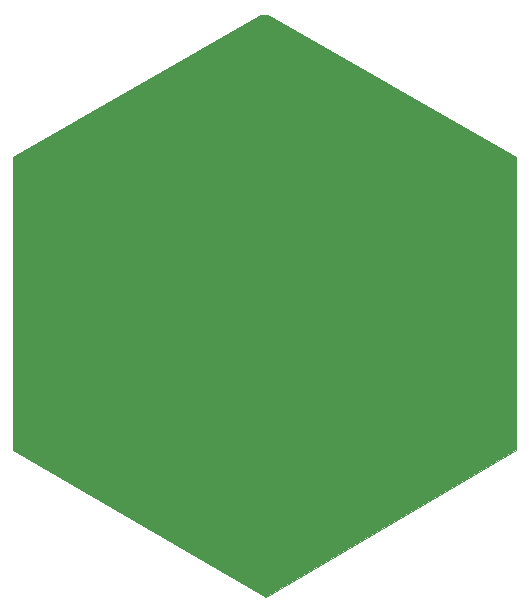
<source format=gbr>
G04 #@! TF.GenerationSoftware,KiCad,Pcbnew,(5.99.0-8045-ga69a4be853)*
G04 #@! TF.CreationDate,2021-01-01T20:51:05-08:00*
G04 #@! TF.ProjectId,gtb-6layer-no-mask,6774622d-366c-4617-9965-722d6e6f2d6d,rev?*
G04 #@! TF.SameCoordinates,Original*
G04 #@! TF.FileFunction,Soldermask,Bot*
G04 #@! TF.FilePolarity,Negative*
%FSLAX46Y46*%
G04 Gerber Fmt 4.6, Leading zero omitted, Abs format (unit mm)*
G04 Created by KiCad (PCBNEW (5.99.0-8045-ga69a4be853)) date 2021-01-01 20:51:05*
%MOMM*%
%LPD*%
G01*
G04 APERTURE LIST*
%ADD10C,0.100000*%
%ADD11R,1.600000X1.600000*%
%ADD12C,1.600000*%
%ADD13C,1.998980*%
%ADD14R,1.800000X1.800000*%
%ADD15C,1.800000*%
%ADD16O,1.600000X1.600000*%
%ADD17R,3.500000X3.300000*%
%ADD18C,10.200000*%
G04 APERTURE END LIST*
D10*
X135255000Y-81915000D02*
X135255000Y-106680000D01*
X135255000Y-106680000D02*
X156627835Y-119133602D01*
X156627835Y-119133602D02*
X177800000Y-106680000D01*
X177800000Y-106680000D02*
X177800000Y-81921928D01*
X177800000Y-81921928D02*
X156845000Y-69850006D01*
X156845000Y-69850006D02*
X156210000Y-69850006D01*
X156210000Y-69850006D02*
X135255000Y-81915000D01*
G36*
X177800000Y-81921928D02*
G01*
X177800000Y-106680000D01*
X156627835Y-119133602D01*
X135255000Y-106680000D01*
X135255000Y-81915000D01*
X156210000Y-69850006D01*
X156845000Y-69850006D01*
X177800000Y-81921928D01*
G37*
X177800000Y-81921928D02*
X177800000Y-106680000D01*
X156627835Y-119133602D01*
X135255000Y-106680000D01*
X135255000Y-81915000D01*
X156210000Y-69850006D01*
X156845000Y-69850006D01*
X177800000Y-81921928D01*
D11*
X152070000Y-95270000D03*
D12*
X154610000Y-95270000D03*
X157150000Y-95270000D03*
X159690000Y-95270000D03*
X159690000Y-87650000D03*
X157150000Y-87650000D03*
X154610000Y-87650000D03*
X152070000Y-87650000D03*
D13*
X175940000Y-93100000D03*
X175940000Y-84100000D03*
X137340000Y-105170000D03*
X137340000Y-96170000D03*
X137280000Y-83730000D03*
X137280000Y-92730000D03*
D14*
X144920000Y-95340000D03*
D15*
X144920000Y-92800000D03*
D12*
X175960000Y-104290000D03*
D16*
X175960000Y-96790000D03*
D14*
X154880000Y-82800000D03*
D15*
X157420000Y-82800000D03*
D14*
X155120000Y-100090000D03*
D15*
X157660000Y-100090000D03*
D14*
X165640000Y-95080000D03*
D15*
X165640000Y-92540000D03*
D17*
X148530000Y-110090000D03*
X164330000Y-110090000D03*
D18*
X156430000Y-110090000D03*
M02*

</source>
